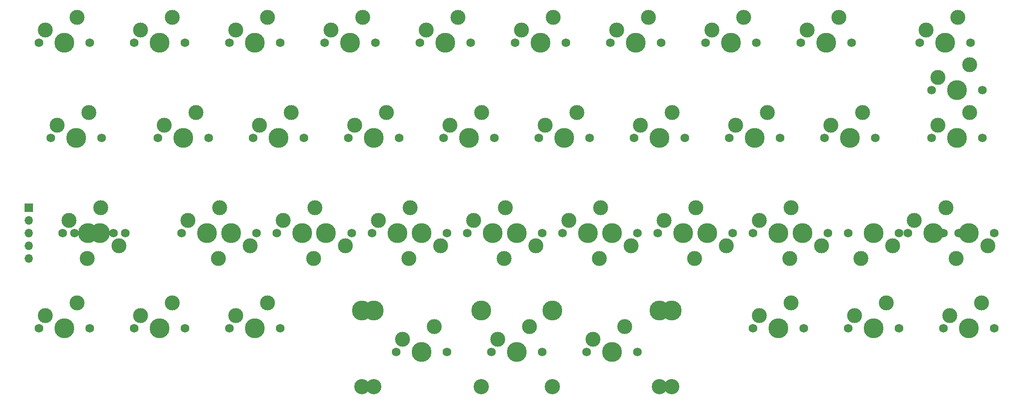
<source format=gts>
%TF.GenerationSoftware,KiCad,Pcbnew,7.0.6*%
%TF.CreationDate,2023-09-25T18:19:59-04:00*%
%TF.ProjectId,cutiepie2040-dual-stagger-hotswap-pcb,63757469-6570-4696-9532-3034302d6475,rev?*%
%TF.SameCoordinates,PX2d6b3a0PY6f46b48*%
%TF.FileFunction,Soldermask,Top*%
%TF.FilePolarity,Negative*%
%FSLAX46Y46*%
G04 Gerber Fmt 4.6, Leading zero omitted, Abs format (unit mm)*
G04 Created by KiCad (PCBNEW 7.0.6) date 2023-09-25 18:19:59*
%MOMM*%
%LPD*%
G01*
G04 APERTURE LIST*
%ADD10C,1.750000*%
%ADD11C,3.000000*%
%ADD12C,3.987800*%
%ADD13C,3.048000*%
%ADD14R,1.700000X1.700000*%
%ADD15O,1.700000X1.700000*%
G04 APERTURE END LIST*
D10*
%TO.C,MX49*%
X183038828Y61912748D03*
D11*
X184308828Y64452748D03*
D12*
X188118828Y61912748D03*
D11*
X190658828Y66992748D03*
D10*
X193198828Y61912748D03*
%TD*%
%TO.C,MX35*%
X180657380Y71437794D03*
D11*
X181927380Y73977794D03*
D12*
X185737380Y71437794D03*
D11*
X188277380Y76517794D03*
D10*
X190817380Y71437794D03*
%TD*%
%TO.C,MX4*%
X14604880Y14287794D03*
D11*
X12064880Y19367794D03*
D12*
X9524880Y14287794D03*
D11*
X5714880Y16827794D03*
D10*
X4444880Y14287794D03*
%TD*%
%TO.C,MX1*%
X14604880Y71437794D03*
D11*
X12064880Y76517794D03*
D12*
X9524880Y71437794D03*
D11*
X5714880Y73977794D03*
D10*
X4444880Y71437794D03*
%TD*%
%TO.C,MX22*%
X119379880Y33337794D03*
D11*
X116839880Y38417794D03*
D12*
X114299880Y33337794D03*
D11*
X110489880Y35877794D03*
D10*
X109219880Y33337794D03*
%TD*%
%TO.C,MX17*%
X95567380Y52387794D03*
D11*
X93027380Y57467794D03*
D12*
X90487380Y52387794D03*
D11*
X86677380Y54927794D03*
D10*
X85407380Y52387794D03*
%TD*%
%TO.C,MX43*%
X75882434Y33337674D03*
D11*
X78422434Y28257674D03*
D12*
X80962434Y33337674D03*
D11*
X84772434Y30797674D03*
D10*
X86042434Y33337674D03*
%TD*%
%TO.C,MX2*%
X16986130Y52387794D03*
D11*
X14446130Y57467794D03*
D12*
X11906130Y52387794D03*
D11*
X8096130Y54927794D03*
D10*
X6826130Y52387794D03*
%TD*%
%TO.C,MX11*%
X62229880Y33337794D03*
D11*
X59689880Y38417794D03*
D12*
X57149880Y33337794D03*
D11*
X53339880Y35877794D03*
D10*
X52069880Y33337794D03*
%TD*%
%TO.C,MX10*%
X57467380Y52387794D03*
D11*
X54927380Y57467794D03*
D12*
X52387380Y52387794D03*
D11*
X48577380Y54927794D03*
D10*
X47307380Y52387794D03*
%TD*%
%TO.C,MX18*%
X100329880Y33337794D03*
D11*
X97789880Y38417794D03*
D12*
X95249880Y33337794D03*
D11*
X91439880Y35877794D03*
D10*
X90169880Y33337794D03*
%TD*%
%TO.C,MX30*%
X157479880Y14287794D03*
D11*
X154939880Y19367794D03*
D12*
X152399880Y14287794D03*
D11*
X148589880Y16827794D03*
D10*
X147319880Y14287794D03*
%TD*%
D13*
%TO.C,MX23*%
X131000380Y2540024D03*
D12*
X131000380Y17780024D03*
D10*
X124142380Y9525024D03*
D11*
X121602380Y14605024D03*
D12*
X119062380Y9525024D03*
D11*
X115252380Y12065024D03*
D10*
X113982380Y9525024D03*
D13*
X107124380Y2540024D03*
D12*
X107124380Y17780024D03*
%TD*%
D10*
%TO.C,MX46*%
X133032434Y33337724D03*
D11*
X135572434Y28257724D03*
D12*
X138112434Y33337724D03*
D11*
X141922434Y30797724D03*
D10*
X143192434Y33337724D03*
%TD*%
%TO.C,MX48*%
X188436184Y33337514D03*
D11*
X185896184Y38417514D03*
D12*
X183356184Y33337514D03*
D11*
X179546184Y35877514D03*
D10*
X178276184Y33337514D03*
%TD*%
%TO.C,MX33*%
X166369880Y33337794D03*
D11*
X168909880Y28257794D03*
D12*
X171449880Y33337794D03*
D11*
X175259880Y30797794D03*
D10*
X176529880Y33337794D03*
%TD*%
%TO.C,MX13*%
X71754880Y71437794D03*
D11*
X69214880Y76517794D03*
D12*
X66674880Y71437794D03*
D11*
X62864880Y73977794D03*
D10*
X61594880Y71437794D03*
%TD*%
%TO.C,MX29*%
X157479880Y33337794D03*
D11*
X154939880Y38417794D03*
D12*
X152399880Y33337794D03*
D11*
X148589880Y35877794D03*
D10*
X147319880Y33337794D03*
%TD*%
%TO.C,MX15*%
X81279880Y33337794D03*
D11*
X78739880Y38417794D03*
D12*
X76199880Y33337794D03*
D11*
X72389880Y35877794D03*
D10*
X71119880Y33337794D03*
%TD*%
%TO.C,MX41*%
X37782434Y33337724D03*
D11*
X40322434Y28257724D03*
D12*
X42862434Y33337724D03*
D11*
X46672434Y30797724D03*
D10*
X47942434Y33337724D03*
%TD*%
D13*
%TO.C,MX39*%
X128587380Y2540024D03*
D12*
X128587380Y17780024D03*
D10*
X105092380Y9525024D03*
D11*
X102552380Y14605024D03*
D12*
X100012380Y9525024D03*
D11*
X96202380Y12065024D03*
D10*
X94932380Y9525024D03*
D13*
X71437380Y2540024D03*
D12*
X71437380Y17780024D03*
%TD*%
D10*
%TO.C,MX14*%
X76517380Y52387794D03*
D11*
X73977380Y57467794D03*
D12*
X71437380Y52387794D03*
D11*
X67627380Y54927794D03*
D10*
X66357380Y52387794D03*
%TD*%
%TO.C,MX16*%
X90804880Y71437794D03*
D11*
X88264880Y76517794D03*
D12*
X85724880Y71437794D03*
D11*
X81914880Y73977794D03*
D10*
X80644880Y71437794D03*
%TD*%
%TO.C,MX5*%
X33654880Y71437794D03*
D11*
X31114880Y76517794D03*
D12*
X28574880Y71437794D03*
D11*
X24764880Y73977794D03*
D10*
X23494880Y71437794D03*
%TD*%
%TO.C,MX40*%
X11588684Y33337724D03*
D11*
X14128684Y28257724D03*
D12*
X16668684Y33337724D03*
D11*
X20478684Y30797724D03*
D10*
X21748684Y33337724D03*
%TD*%
%TO.C,MX24*%
X128904880Y71437794D03*
D11*
X126364880Y76517794D03*
D12*
X123824880Y71437794D03*
D11*
X120014880Y73977794D03*
D10*
X118744880Y71437794D03*
%TD*%
%TO.C,MX47*%
X152082434Y33337724D03*
D11*
X154622434Y28257724D03*
D12*
X157162434Y33337724D03*
D11*
X160972434Y30797724D03*
D10*
X162242434Y33337724D03*
%TD*%
%TO.C,MX21*%
X114617380Y52387794D03*
D11*
X112077380Y57467794D03*
D12*
X109537380Y52387794D03*
D11*
X105727380Y54927794D03*
D10*
X104457380Y52387794D03*
%TD*%
%TO.C,MX32*%
X171767380Y52387794D03*
D11*
X169227380Y57467794D03*
D12*
X166687380Y52387794D03*
D11*
X162877380Y54927794D03*
D10*
X161607380Y52387794D03*
%TD*%
%TO.C,MX38*%
X195579880Y14287794D03*
D11*
X193039880Y19367794D03*
D12*
X190499880Y14287794D03*
D11*
X186689880Y16827794D03*
D10*
X185419880Y14287794D03*
%TD*%
%TO.C,MX20*%
X109854880Y71437794D03*
D11*
X107314880Y76517794D03*
D12*
X104774880Y71437794D03*
D11*
X100964880Y73977794D03*
D10*
X99694880Y71437794D03*
%TD*%
%TO.C,MX6*%
X38417380Y52387794D03*
D11*
X35877380Y57467794D03*
D12*
X33337380Y52387794D03*
D11*
X29527380Y54927794D03*
D10*
X28257380Y52387794D03*
%TD*%
%TO.C,MX36*%
X193198630Y52387794D03*
D11*
X190658630Y57467794D03*
D12*
X188118630Y52387794D03*
D11*
X184308630Y54927794D03*
D10*
X183038630Y52387794D03*
%TD*%
%TO.C,MX37*%
X185420080Y33337794D03*
D11*
X187960080Y28257794D03*
D12*
X190500080Y33337794D03*
D11*
X194310080Y30797794D03*
D10*
X195580080Y33337794D03*
%TD*%
%TO.C,MX8*%
X33654880Y14287794D03*
D11*
X31114880Y19367794D03*
D12*
X28574880Y14287794D03*
D11*
X24764880Y16827794D03*
D10*
X23494880Y14287794D03*
%TD*%
%TO.C,MX26*%
X138429880Y33337794D03*
D11*
X135889880Y38417794D03*
D12*
X133349880Y33337794D03*
D11*
X129539880Y35877794D03*
D10*
X128269880Y33337794D03*
%TD*%
%TO.C,MX9*%
X52704880Y71437794D03*
D11*
X50164880Y76517794D03*
D12*
X47624880Y71437794D03*
D11*
X43814880Y73977794D03*
D10*
X42544880Y71437794D03*
%TD*%
%TO.C,MX44*%
X94932434Y33337724D03*
D11*
X97472434Y28257724D03*
D12*
X100012434Y33337724D03*
D11*
X103822434Y30797724D03*
D10*
X105092434Y33337724D03*
%TD*%
%TO.C,MX45*%
X113982434Y33337674D03*
D11*
X116522434Y28257674D03*
D12*
X119062434Y33337674D03*
D11*
X122872434Y30797674D03*
D10*
X124142434Y33337674D03*
%TD*%
%TO.C,MX7*%
X43179880Y33337794D03*
D11*
X40639880Y38417794D03*
D12*
X38099880Y33337794D03*
D11*
X34289880Y35877794D03*
D10*
X33019880Y33337794D03*
%TD*%
%TO.C,MX12*%
X52704880Y14287794D03*
D11*
X50164880Y19367794D03*
D12*
X47624880Y14287794D03*
D11*
X43814880Y16827794D03*
D10*
X42544880Y14287794D03*
%TD*%
%TO.C,MX3*%
X19367380Y33337794D03*
D11*
X16827380Y38417794D03*
D12*
X14287380Y33337794D03*
D11*
X10477380Y35877794D03*
D10*
X9207380Y33337794D03*
%TD*%
%TO.C,MX42*%
X56832434Y33337674D03*
D11*
X59372434Y28257674D03*
D12*
X61892651Y33337674D03*
D11*
X65722434Y30797674D03*
D10*
X66992434Y33337674D03*
%TD*%
%TO.C,MX27*%
X147954880Y71437794D03*
D11*
X145414880Y76517794D03*
D12*
X142874880Y71437794D03*
D11*
X139064880Y73977794D03*
D10*
X137794880Y71437794D03*
%TD*%
D14*
%TO.C,J2*%
X2381172Y38417724D03*
D15*
X2381172Y35877724D03*
X2381172Y33337724D03*
X2381172Y30797724D03*
X2381172Y28257724D03*
%TD*%
D10*
%TO.C,MX28*%
X152717380Y52387794D03*
D11*
X150177380Y57467794D03*
D12*
X147637380Y52387794D03*
D11*
X143827380Y54927794D03*
D10*
X142557380Y52387794D03*
%TD*%
%TO.C,MX25*%
X133667380Y52387794D03*
D11*
X131127380Y57467794D03*
D12*
X128587380Y52387794D03*
D11*
X124777380Y54927794D03*
D10*
X123507380Y52387794D03*
%TD*%
%TO.C,MX34*%
X176529880Y14287794D03*
D11*
X173989880Y19367794D03*
D12*
X171449880Y14287794D03*
D11*
X167639880Y16827794D03*
D10*
X166369880Y14287794D03*
%TD*%
D13*
%TO.C,MX19*%
X92900380Y2540024D03*
D12*
X92900380Y17780024D03*
D10*
X86042380Y9525024D03*
D11*
X83502380Y14605024D03*
D12*
X80962380Y9525024D03*
D11*
X77152380Y12065024D03*
D10*
X75882380Y9525024D03*
D13*
X69024380Y2540024D03*
D12*
X69024380Y17780024D03*
%TD*%
D10*
%TO.C,MX31*%
X167004880Y71437794D03*
D11*
X164464880Y76517794D03*
D12*
X161924880Y71437794D03*
D11*
X158114880Y73977794D03*
D10*
X156844880Y71437794D03*
%TD*%
M02*

</source>
